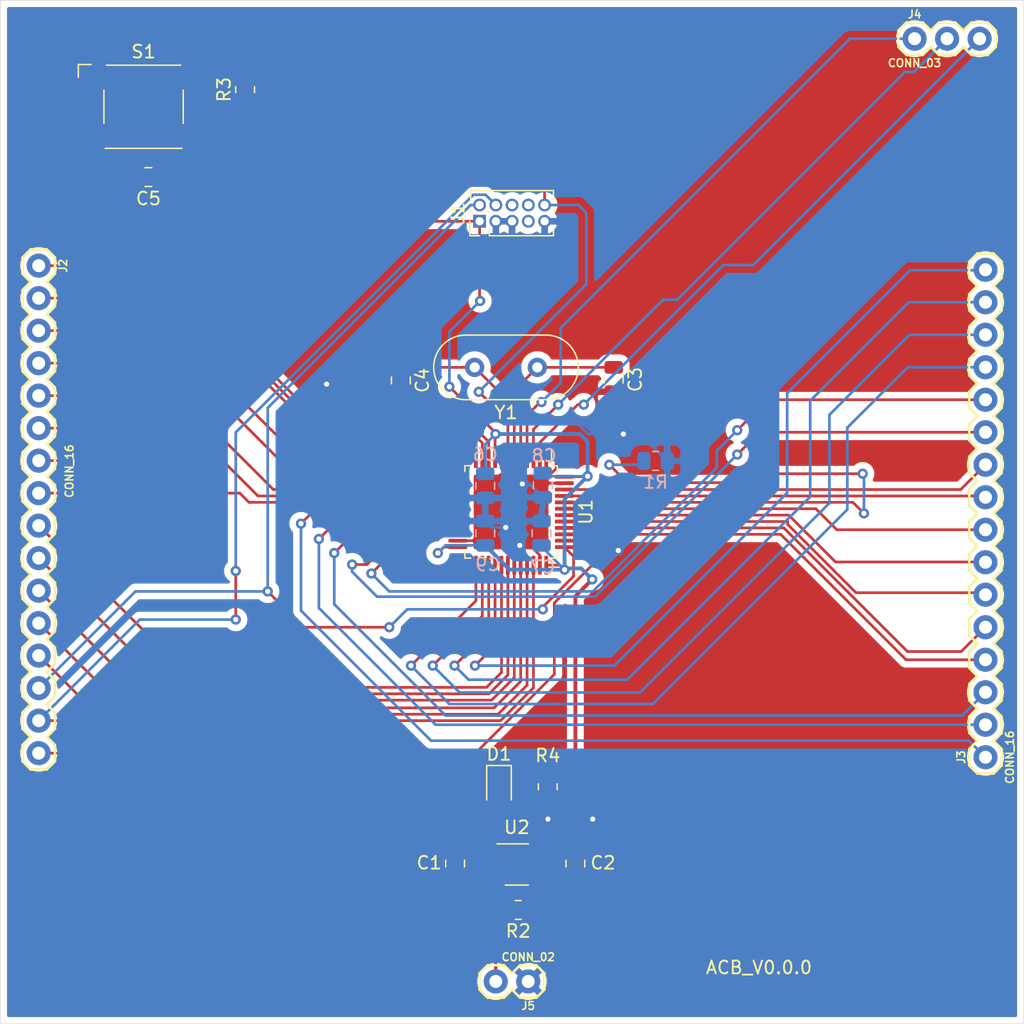
<source format=kicad_pcb>
(kicad_pcb (version 20171130) (host pcbnew "(5.1.9)-1")
  (layers (0 F.Cu signal) (31 B.Cu signal) (34 B.Paste user hide) (35 F.Paste user hide) (36 B.SilkS user) (37 F.SilkS user) (38 B.Mask user) (39 F.Mask user) (44 Edge.Cuts user))
  (net 0 "")
  (net 1 GND)
  (net 2 VCC)
  (net 3 +3V3)
  (net 4 PD0-OSC_IN)
  (net 5 PD1-OSC_OUT)
  (net 6 RESET)
  (net 7 "Net-(D1-Pad1)")
  (net 8 "Net-(J1-Pad8)")
  (net 9 "Net-(J1-Pad7)")
  (net 10 "Net-(J1-Pad6)")
  (net 11 PA14-SWD_CLK)
  (net 12 PA13-SWD_IO)
  (net 13 PA15)
  (net 14 PA12)
  (net 15 PA11)
  (net 16 PA10)
  (net 17 PA9)
  (net 18 PA8)
  (net 19 PA7)
  (net 20 PA6)
  (net 21 PA5)
  (net 22 PA4)
  (net 23 PA3)
  (net 24 PA2)
  (net 25 PA1)
  (net 26 PA0)
  (net 27 PB15)
  (net 28 PB14)
  (net 29 PB13)
  (net 30 PB12)
  (net 31 PB11)
  (net 32 PB10)
  (net 33 PB9)
  (net 34 PB8)
  (net 35 PB7)
  (net 36 PB6)
  (net 37 PB5)
  (net 38 PB4)
  (net 39 PB3)
  (net 40 PB2)
  (net 41 PB1)
  (net 42 PB0)
  (net 43 PC13)
  (net 44 PC14)
  (net 45 PC15)
  (net 46 "Net-(R1-Pad1)")
  (net 47 "Net-(R2-Pad2)")
  (net 48 "Net-(U1-Pad1)")
  (net 49 "Net-(U2-Pad4)")
  (module Package_QFP:LQFP-48_7x7mm_P0.5mm (layer F.Cu) (at 144.92 101.9875 270)
    (fp_text reference U1 (at 0 -5.85 90) (layer F.SilkS))
    (fp_text value STM32F103C8Tx)
    (pad 48 smd roundrect (at -2.75 -4.1625 270) (size 0.3 1.475) (layers F.Cu F.Paste F.Mask) (net 3 +3V3))
    (pad 47 smd roundrect (at -2.25 -4.1625 270) (size 0.3 1.475) (layers F.Cu F.Paste F.Mask) (net 1 GND))
    (pad 46 smd roundrect (at -1.75 -4.1625 270) (size 0.3 1.475) (layers F.Cu F.Paste F.Mask) (net 33 PB9))
    (pad 45 smd roundrect (at -1.25 -4.1625 270) (size 0.3 1.475) (layers F.Cu F.Paste F.Mask) (net 34 PB8))
    (pad 44 smd roundrect (at -0.75 -4.1625 270) (size 0.3 1.475) (layers F.Cu F.Paste F.Mask) (net 46 "Net-(R1-Pad1)"))
    (pad 43 smd roundrect (at -0.25 -4.1625 270) (size 0.3 1.475) (layers F.Cu F.Paste F.Mask) (net 35 PB7))
    (pad 42 smd roundrect (at 0.25 -4.1625 270) (size 0.3 1.475) (layers F.Cu F.Paste F.Mask) (net 36 PB6))
    (pad 41 smd roundrect (at 0.75 -4.1625 270) (size 0.3 1.475) (layers F.Cu F.Paste F.Mask) (net 37 PB5))
    (pad 40 smd roundrect (at 1.25 -4.1625 270) (size 0.3 1.475) (layers F.Cu F.Paste F.Mask) (net 38 PB4))
    (pad 39 smd roundrect (at 1.75 -4.1625 270) (size 0.3 1.475) (layers F.Cu F.Paste F.Mask) (net 39 PB3))
    (pad 38 smd roundrect (at 2.25 -4.1625 270) (size 0.3 1.475) (layers F.Cu F.Paste F.Mask) (net 13 PA15))
    (pad 37 smd roundrect (at 2.75 -4.1625 270) (size 0.3 1.475) (layers F.Cu F.Paste F.Mask) (net 12 PA13-SWD_IO))
    (pad 36 smd roundrect (at 4.1625 -2.75 270) (size 1.475 0.3) (layers F.Cu F.Paste F.Mask) (net 3 +3V3))
    (pad 35 smd roundrect (at 4.1625 -2.25 270) (size 1.475 0.3) (layers F.Cu F.Paste F.Mask) (net 1 GND))
    (pad 34 smd roundrect (at 4.1625 -1.75 270) (size 1.475 0.3) (layers F.Cu F.Paste F.Mask) (net 11 PA14-SWD_CLK))
    (pad 33 smd roundrect (at 4.1625 -1.25 270) (size 1.475 0.3) (layers F.Cu F.Paste F.Mask) (net 14 PA12))
    (pad 32 smd roundrect (at 4.1625 -0.75 270) (size 1.475 0.3) (layers F.Cu F.Paste F.Mask) (net 15 PA11))
    (pad 31 smd roundrect (at 4.1625 -0.25 270) (size 1.475 0.3) (layers F.Cu F.Paste F.Mask) (net 16 PA10))
    (pad 30 smd roundrect (at 4.1625 0.25 270) (size 1.475 0.3) (layers F.Cu F.Paste F.Mask) (net 17 PA9))
    (pad 29 smd roundrect (at 4.1625 0.75 270) (size 1.475 0.3) (layers F.Cu F.Paste F.Mask) (net 18 PA8))
    (pad 28 smd roundrect (at 4.1625 1.25 270) (size 1.475 0.3) (layers F.Cu F.Paste F.Mask) (net 27 PB15))
    (pad 27 smd roundrect (at 4.1625 1.75 270) (size 1.475 0.3) (layers F.Cu F.Paste F.Mask) (net 28 PB14))
    (pad 26 smd roundrect (at 4.1625 2.25 270) (size 1.475 0.3) (layers F.Cu F.Paste F.Mask) (net 29 PB13))
    (pad 25 smd roundrect (at 4.1625 2.75 270) (size 1.475 0.3) (layers F.Cu F.Paste F.Mask) (net 30 PB12))
    (pad 24 smd roundrect (at 2.75 4.1625 270) (size 0.3 1.475) (layers F.Cu F.Paste F.Mask) (net 3 +3V3))
    (pad 23 smd roundrect (at 2.25 4.1625 270) (size 0.3 1.475) (layers F.Cu F.Paste F.Mask) (net 1 GND))
    (pad 22 smd roundrect (at 1.75 4.1625 270) (size 0.3 1.475) (layers F.Cu F.Paste F.Mask) (net 31 PB11))
    (pad 21 smd roundrect (at 1.25 4.1625 270) (size 0.3 1.475) (layers F.Cu F.Paste F.Mask) (net 32 PB10))
    (pad 20 smd roundrect (at 0.75 4.1625 270) (size 0.3 1.475) (layers F.Cu F.Paste F.Mask) (net 40 PB2))
    (pad 19 smd roundrect (at 0.25 4.1625 270) (size 0.3 1.475) (layers F.Cu F.Paste F.Mask) (net 41 PB1))
    (pad 18 smd roundrect (at -0.25 4.1625 270) (size 0.3 1.475) (layers F.Cu F.Paste F.Mask) (net 42 PB0))
    (pad 17 smd roundrect (at -0.75 4.1625 270) (size 0.3 1.475) (layers F.Cu F.Paste F.Mask) (net 19 PA7))
    (pad 16 smd roundrect (at -1.25 4.1625 270) (size 0.3 1.475) (layers F.Cu F.Paste F.Mask) (net 20 PA6))
    (pad 15 smd roundrect (at -1.75 4.1625 270) (size 0.3 1.475) (layers F.Cu F.Paste F.Mask) (net 21 PA5))
    (pad 14 smd roundrect (at -2.25 4.1625 270) (size 0.3 1.475) (layers F.Cu F.Paste F.Mask) (net 22 PA4))
    (pad 13 smd roundrect (at -2.75 4.1625 270) (size 0.3 1.475) (layers F.Cu F.Paste F.Mask) (net 23 PA3))
    (pad 12 smd roundrect (at -4.1625 2.75 270) (size 1.475 0.3) (layers F.Cu F.Paste F.Mask) (net 24 PA2))
    (pad 11 smd roundrect (at -4.1625 2.25 270) (size 1.475 0.3) (layers F.Cu F.Paste F.Mask) (net 25 PA1))
    (pad 10 smd roundrect (at -4.1625 1.75 270) (size 1.475 0.3) (layers F.Cu F.Paste F.Mask) (net 26 PA0))
    (pad 9 smd roundrect (at -4.1625 1.25 270) (size 1.475 0.3) (layers F.Cu F.Paste F.Mask) (net 3 +3V3))
    (pad 8 smd roundrect (at -4.1625 0.75 270) (size 1.475 0.3) (layers F.Cu F.Paste F.Mask) (net 1 GND))
    (pad 7 smd roundrect (at -4.1625 0.25 270) (size 1.475 0.3) (layers F.Cu F.Paste F.Mask) (net 6 RESET))
    (pad 6 smd roundrect (at -4.1625 -0.25 270) (size 1.475 0.3) (layers F.Cu F.Paste F.Mask) (net 5 PD1-OSC_OUT))
    (pad 5 smd roundrect (at -4.1625 -0.75 270) (size 1.475 0.3) (layers F.Cu F.Paste F.Mask) (net 4 PD0-OSC_IN))
    (pad 4 smd roundrect (at -4.1625 -1.25 270) (size 1.475 0.3) (layers F.Cu F.Paste F.Mask) (net 45 PC15))
    (pad 3 smd roundrect (at -4.1625 -1.75 270) (size 1.475 0.3) (layers F.Cu F.Paste F.Mask) (net 44 PC14))
    (pad 2 smd roundrect (at -4.1625 -2.25 270) (size 1.475 0.3) (layers F.Cu F.Paste F.Mask) (net 43 PC13))
    (pad 1 smd roundrect (at -4.1625 -2.75 270) (size 1.475 0.3) (layers F.Cu F.Paste F.Mask) (net 48 "Net-(U1-Pad1)"))
  )
  (module Crystal:Crystal_HC18-U_Vertical (layer F.Cu) (at 146.973 90.689 180)
    (fp_text reference Y1 (at 2.45 -3.525) (layer F.SilkS))
    (fp_text value 8MHz)
    (pad 2 thru_hole circle (at 4.9 0 180) (size 1.5 1.5) (drill 0.8) (layers *.Cu *.Mask) (net 5 PD1-OSC_OUT))
    (pad 1 thru_hole circle (at 0 0 180) (size 1.5 1.5) (drill 0.8) (layers *.Cu *.Mask) (net 4 PD0-OSC_IN))
  )
  (module Package_TO_SOT_SMD:SOT-23-5 (layer F.Cu) (at 145.373 129.541)
    (fp_text reference U2 (at 0 -2.9) (layer F.SilkS))
    (fp_text value AP2112K-3.3)
    (pad 5 smd rect (at 1.1 -0.95) (size 1.06 0.65) (layers F.Cu F.Paste F.Mask) (net 3 +3V3))
    (pad 4 smd rect (at 1.1 0.95) (size 1.06 0.65) (layers F.Cu F.Paste F.Mask) (net 49 "Net-(U2-Pad4)"))
    (pad 3 smd rect (at -1.1 0.95) (size 1.06 0.65) (layers F.Cu F.Paste F.Mask) (net 47 "Net-(R2-Pad2)"))
    (pad 2 smd rect (at -1.1 0) (size 1.06 0.65) (layers F.Cu F.Paste F.Mask) (net 1 GND))
    (pad 1 smd rect (at -1.1 -0.95) (size 1.06 0.65) (layers F.Cu F.Paste F.Mask) (net 2 VCC))
  )
  (module Button_Switch_SMD:SW_SPST_Omron_B3FS-100xP (layer F.Cu) (at 116.196 70.318)
    (fp_text reference S1 (at 0 -4.3) (layer F.SilkS))
    (fp_text value KS-01Q-01_Obsolete)
    (pad 3 smd rect (at -4 2.25 180) (size 1.6 1.4) (layers F.Cu F.Paste F.Mask) (net 1 GND))
    (pad 4 smd rect (at 4 2.25 180) (size 1.6 1.4) (layers F.Cu F.Paste F.Mask) (net 6 RESET))
    (pad 1 smd rect (at -4 -2.25 180) (size 1.6 1.4) (layers F.Cu F.Paste F.Mask) (net 1 GND))
    (pad 2 smd rect (at 4 -2.25 180) (size 1.6 1.4) (layers F.Cu F.Paste F.Mask) (net 6 RESET))
  )
  (module Resistor_SMD:R_0805_2012Metric (layer F.Cu) (at 147.786 123.4685 270)
    (fp_text reference R4 (at -2.4365 0 180) (layer F.SilkS))
    (fp_text value 550)
    (pad 2 smd roundrect (at 0.9125 0 270) (size 1.025 1.4) (layers F.Cu F.Paste F.Mask) (roundrect_rratio 0.2439014634146341) (net 1 GND))
    (pad 1 smd roundrect (at -0.9125 0 270) (size 1.025 1.4) (layers F.Cu F.Paste F.Mask) (roundrect_rratio 0.2439014634146341) (net 7 "Net-(D1-Pad1)"))
  )
  (module Resistor_SMD:R_0805_2012Metric (layer F.Cu) (at 124.134 68.9805 90)
    (fp_text reference R3 (at 0 -1.65 90) (layer F.SilkS))
    (fp_text value 10K)
    (pad 2 smd roundrect (at 0.9125 0 90) (size 1.025 1.4) (layers F.Cu F.Paste F.Mask) (roundrect_rratio 0.2439014634146341) (net 6 RESET))
    (pad 1 smd roundrect (at -0.9125 0 90) (size 1.025 1.4) (layers F.Cu F.Paste F.Mask) (roundrect_rratio 0.2439014634146341) (net 3 +3V3))
  )
  (module Resistor_SMD:R_0805_2012Metric (layer F.Cu) (at 145.4765 133.097)
    (fp_text reference R2 (at 0 1.651) (layer F.SilkS))
    (fp_text value 10K)
    (pad 2 smd roundrect (at 0.9125 0) (size 1.025 1.4) (layers F.Cu F.Paste F.Mask) (roundrect_rratio 0.2439014634146341) (net 47 "Net-(R2-Pad2)"))
    (pad 1 smd roundrect (at -0.9125 0) (size 1.025 1.4) (layers F.Cu F.Paste F.Mask) (roundrect_rratio 0.2439014634146341) (net 2 VCC))
  )
  (module Resistor_SMD:R_0805_2012Metric (layer B.Cu) (at 156.2125 98)
    (fp_text reference R1 (at 0 1.65) (layer B.SilkS) (effects (justify mirror)))
    (fp_text value 10K)
    (pad 2 smd roundrect (at 0.9125 0) (size 1.025 1.4) (layers B.Cu B.Paste B.Mask) (roundrect_rratio 0.2439014634146341) (net 1 GND))
    (pad 1 smd roundrect (at -0.9125 0) (size 1.025 1.4) (layers B.Cu B.Paste B.Mask) (roundrect_rratio 0.2439014634146341) (net 46 "Net-(R1-Pad1)"))
  )
  (module Connectors:1X02 (layer F.Cu) (at 146.262 138.685 180)
    (fp_text reference J5 (at 0 -1.905) (layer F.SilkS) (effects (font (size 0.6096 0.6096) (thickness 0.127))))
    (fp_text value CONN_02 (at 0 1.905) (layer F.SilkS) (effects (font (size 0.6096 0.6096) (thickness 0.127))))
    (pad 2 thru_hole circle (at 2.54 0 180) (size 1.8796 1.8796) (drill 1.016) (layers *.Cu *.Mask) (net 2 VCC))
    (pad 1 thru_hole circle (at 0 0 180) (size 1.8796 1.8796) (drill 1.016) (layers *.Cu *.Mask) (net 1 GND))
  )
  (module Connectors:1X03 (layer F.Cu) (at 176.46 65)
    (fp_text reference J4 (at 0 -1.905) (layer F.SilkS) (effects (font (size 0.6096 0.6096) (thickness 0.127))))
    (fp_text value CONN_03 (at 0 1.905) (layer F.SilkS) (effects (font (size 0.6096 0.6096) (thickness 0.127))))
    (pad 3 thru_hole circle (at 5.08 0) (size 1.8796 1.8796) (drill 1.016) (layers *.Cu *.Mask) (net 43 PC13))
    (pad 2 thru_hole circle (at 2.54 0) (size 1.8796 1.8796) (drill 1.016) (layers *.Cu *.Mask) (net 44 PC14))
    (pad 1 thru_hole circle (at 0 0) (size 1.8796 1.8796) (drill 1.016) (layers *.Cu *.Mask) (net 45 PC15))
  )
  (module Connectors:1X16 (layer F.Cu) (at 182 121.16 90)
    (fp_text reference J3 (at 0 -1.905 90) (layer F.SilkS) (effects (font (size 0.6096 0.6096) (thickness 0.127))))
    (fp_text value CONN_16 (at 0 1.905 90) (layer F.SilkS) (effects (font (size 0.6096 0.6096) (thickness 0.127))))
    (pad 16 thru_hole circle (at 38.1 0 90) (size 1.8796 1.8796) (drill 1.016) (layers *.Cu *.Mask) (net 27 PB15))
    (pad 15 thru_hole circle (at 35.56 0 90) (size 1.8796 1.8796) (drill 1.016) (layers *.Cu *.Mask) (net 28 PB14))
    (pad 14 thru_hole circle (at 33.02 0 90) (size 1.8796 1.8796) (drill 1.016) (layers *.Cu *.Mask) (net 29 PB13))
    (pad 13 thru_hole circle (at 30.48 0 90) (size 1.8796 1.8796) (drill 1.016) (layers *.Cu *.Mask) (net 30 PB12))
    (pad 12 thru_hole circle (at 27.94 0 90) (size 1.8796 1.8796) (drill 1.016) (layers *.Cu *.Mask) (net 31 PB11))
    (pad 11 thru_hole circle (at 25.4 0 90) (size 1.8796 1.8796) (drill 1.016) (layers *.Cu *.Mask) (net 32 PB10))
    (pad 10 thru_hole circle (at 22.86 0 90) (size 1.8796 1.8796) (drill 1.016) (layers *.Cu *.Mask) (net 33 PB9))
    (pad 9 thru_hole circle (at 20.32 0 90) (size 1.8796 1.8796) (drill 1.016) (layers *.Cu *.Mask) (net 34 PB8))
    (pad 8 thru_hole circle (at 17.78 0 90) (size 1.8796 1.8796) (drill 1.016) (layers *.Cu *.Mask) (net 35 PB7))
    (pad 7 thru_hole circle (at 15.24 0 90) (size 1.8796 1.8796) (drill 1.016) (layers *.Cu *.Mask) (net 36 PB6))
    (pad 6 thru_hole circle (at 12.7 0 90) (size 1.8796 1.8796) (drill 1.016) (layers *.Cu *.Mask) (net 37 PB5))
    (pad 5 thru_hole circle (at 10.16 0 90) (size 1.8796 1.8796) (drill 1.016) (layers *.Cu *.Mask) (net 38 PB4))
    (pad 4 thru_hole circle (at 7.62 0 90) (size 1.8796 1.8796) (drill 1.016) (layers *.Cu *.Mask) (net 39 PB3))
    (pad 3 thru_hole circle (at 5.08 0 90) (size 1.8796 1.8796) (drill 1.016) (layers *.Cu *.Mask) (net 40 PB2))
    (pad 2 thru_hole circle (at 2.54 0 90) (size 1.8796 1.8796) (drill 1.016) (layers *.Cu *.Mask) (net 41 PB1))
    (pad 1 thru_hole circle (at 0 0 90) (size 1.8796 1.8796) (drill 1.016) (layers *.Cu *.Mask) (net 42 PB0))
  )
  (module Connectors:1X16 (layer F.Cu) (at 108 82.74 270)
    (fp_text reference J2 (at 0 -1.905 90) (layer F.SilkS) (effects (font (size 0.6096 0.6096) (thickness 0.127))))
    (fp_text value CONN_16 (at 16.06 -2.4 90) (layer F.SilkS) (effects (font (size 0.6096 0.6096) (thickness 0.127))))
    (pad 16 thru_hole circle (at 38.1 0 270) (size 1.8796 1.8796) (drill 1.016) (layers *.Cu *.Mask) (net 13 PA15))
    (pad 15 thru_hole circle (at 35.56 0 270) (size 1.8796 1.8796) (drill 1.016) (layers *.Cu *.Mask) (net 11 PA14-SWD_CLK))
    (pad 14 thru_hole circle (at 33.02 0 270) (size 1.8796 1.8796) (drill 1.016) (layers *.Cu *.Mask) (net 12 PA13-SWD_IO))
    (pad 13 thru_hole circle (at 30.48 0 270) (size 1.8796 1.8796) (drill 1.016) (layers *.Cu *.Mask) (net 14 PA12))
    (pad 12 thru_hole circle (at 27.94 0 270) (size 1.8796 1.8796) (drill 1.016) (layers *.Cu *.Mask) (net 15 PA11))
    (pad 11 thru_hole circle (at 25.4 0 270) (size 1.8796 1.8796) (drill 1.016) (layers *.Cu *.Mask) (net 16 PA10))
    (pad 10 thru_hole circle (at 22.86 0 270) (size 1.8796 1.8796) (drill 1.016) (layers *.Cu *.Mask) (net 17 PA9))
    (pad 9 thru_hole circle (at 20.32 0 270) (size 1.8796 1.8796) (drill 1.016) (layers *.Cu *.Mask) (net 18 PA8))
    (pad 8 thru_hole circle (at 17.78 0 270) (size 1.8796 1.8796) (drill 1.016) (layers *.Cu *.Mask) (net 19 PA7))
    (pad 7 thru_hole circle (at 15.24 0 270) (size 1.8796 1.8796) (drill 1.016) (layers *.Cu *.Mask) (net 20 PA6))
    (pad 6 thru_hole circle (at 12.7 0 270) (size 1.8796 1.8796) (drill 1.016) (layers *.Cu *.Mask) (net 21 PA5))
    (pad 5 thru_hole circle (at 10.16 0 270) (size 1.8796 1.8796) (drill 1.016) (layers *.Cu *.Mask) (net 22 PA4))
    (pad 4 thru_hole circle (at 7.62 0 270) (size 1.8796 1.8796) (drill 1.016) (layers *.Cu *.Mask) (net 23 PA3))
    (pad 3 thru_hole circle (at 5.08 0 270) (size 1.8796 1.8796) (drill 1.016) (layers *.Cu *.Mask) (net 24 PA2))
    (pad 2 thru_hole circle (at 2.54 0 270) (size 1.8796 1.8796) (drill 1.016) (layers *.Cu *.Mask) (net 25 PA1))
    (pad 1 thru_hole circle (at 0 0 270) (size 1.8796 1.8796) (drill 1.016) (layers *.Cu *.Mask) (net 26 PA0))
  )
  (module Connector_PinHeader_1.27mm:PinHeader_2x05_P1.27mm_Vertical (layer F.Cu) (at 142.46 79.27 90)
    (fp_text reference J1 (at 0.635 -1.695 90) (layer F.SilkS))
    (fp_text value Conn_ARM_JTAG_SWD_10)
    (pad 10 thru_hole oval (at 1.27 5.08 90) (size 1 1) (drill 0.65) (layers *.Cu *.Mask) (net 6 RESET))
    (pad 9 thru_hole oval (at 0 5.08 90) (size 1 1) (drill 0.65) (layers *.Cu *.Mask) (net 1 GND))
    (pad 8 thru_hole oval (at 1.27 3.81 90) (size 1 1) (drill 0.65) (layers *.Cu *.Mask) (net 8 "Net-(J1-Pad8)"))
    (pad 7 thru_hole oval (at 0 3.81 90) (size 1 1) (drill 0.65) (layers *.Cu *.Mask) (net 9 "Net-(J1-Pad7)"))
    (pad 6 thru_hole oval (at 1.27 2.54 90) (size 1 1) (drill 0.65) (layers *.Cu *.Mask) (net 10 "Net-(J1-Pad6)"))
    (pad 5 thru_hole oval (at 0 2.54 90) (size 1 1) (drill 0.65) (layers *.Cu *.Mask) (net 1 GND))
    (pad 4 thru_hole oval (at 1.27 1.27 90) (size 1 1) (drill 0.65) (layers *.Cu *.Mask) (net 11 PA14-SWD_CLK))
    (pad 3 thru_hole oval (at 0 1.27 90) (size 1 1) (drill 0.65) (layers *.Cu *.Mask) (net 1 GND))
    (pad 2 thru_hole oval (at 1.27 0 90) (size 1 1) (drill 0.65) (layers *.Cu *.Mask) (net 12 PA13-SWD_IO))
    (pad 1 thru_hole rect (at 0 0 90) (size 1 1) (drill 0.65) (layers *.Cu *.Mask) (net 3 +3V3))
  )
  (module LED_SMD:LED_0805_2012Metric (layer F.Cu) (at 143.976 123.4935 270)
    (fp_text reference D1 (at -2.5885 0 180) (layer F.SilkS))
    (fp_text value LED)
    (pad 2 smd roundrect (at 0.9375 0 270) (size 0.975 1.4) (layers F.Cu F.Paste F.Mask) (net 2 VCC))
    (pad 1 smd roundrect (at -0.9375 0 270) (size 0.975 1.4) (layers F.Cu F.Paste F.Mask) (net 7 "Net-(D1-Pad1)"))
  )
  (module Capacitor_SMD:C_0805_2012Metric (layer B.Cu) (at 142.9 103.65 90)
    (fp_text reference C9 (at -2.45 0.2 180) (layer B.SilkS) (effects (justify mirror)))
    (fp_text value 100nF)
    (pad 2 smd roundrect (at 0.95 0 90) (size 1 1.45) (layers B.Cu B.Paste B.Mask) (net 1 GND))
    (pad 1 smd roundrect (at -0.95 0 90) (size 1 1.45) (layers B.Cu B.Paste B.Mask) (net 3 +3V3))
  )
  (module Capacitor_SMD:C_0805_2012Metric (layer B.Cu) (at 147.4 99.9 270)
    (fp_text reference C8 (at -2.3 -0.1) (layer B.SilkS) (effects (justify mirror)))
    (fp_text value 100nF)
    (pad 2 smd roundrect (at 0.95 0 270) (size 1 1.45) (layers B.Cu B.Paste B.Mask) (net 1 GND))
    (pad 1 smd roundrect (at -0.95 0 270) (size 1 1.45) (layers B.Cu B.Paste B.Mask) (net 3 +3V3))
  )
  (module Capacitor_SMD:C_0805_2012Metric (layer B.Cu) (at 147.3 103.65 90)
    (fp_text reference C7 (at -2.65 0.1) (layer B.SilkS) (effects (justify mirror)))
    (fp_text value 100nF)
    (pad 2 smd roundrect (at 0.95 0 90) (size 1 1.45) (layers B.Cu B.Paste B.Mask) (net 1 GND))
    (pad 1 smd roundrect (at -0.95 0 90) (size 1 1.45) (layers B.Cu B.Paste B.Mask) (net 3 +3V3))
  )
  (module Capacitor_SMD:C_0805_2012Metric (layer B.Cu) (at 142.9 99.95 270)
    (fp_text reference C6 (at -2.45 0 180) (layer B.SilkS) (effects (justify mirror)))
    (fp_text value 1nF)
    (pad 2 smd roundrect (at 0.95 0 270) (size 1 1.45) (layers B.Cu B.Paste B.Mask) (net 1 GND))
    (pad 1 smd roundrect (at -0.95 0 270) (size 1 1.45) (layers B.Cu B.Paste B.Mask) (net 3 +3V3))
  )
  (module Capacitor_SMD:C_0805_2012Metric (layer F.Cu) (at 116.575 75.815 180)
    (fp_text reference C5 (at 0 -1.68) (layer F.SilkS))
    (fp_text value 1uF)
    (pad 2 smd roundrect (at 0.95 0 180) (size 1 1.45) (layers F.Cu F.Paste F.Mask) (net 1 GND))
    (pad 1 smd roundrect (at -0.95 0 180) (size 1 1.45) (layers F.Cu F.Paste F.Mask) (net 6 RESET))
  )
  (module Capacitor_SMD:C_0805_2012Metric (layer F.Cu) (at 136.305 91.705 270)
    (fp_text reference C4 (at 0 -1.68 90) (layer F.SilkS))
    (fp_text value 20pF)
    (pad 2 smd roundrect (at 0.95 0 270) (size 1 1.45) (layers F.Cu F.Paste F.Mask) (net 1 GND))
    (pad 1 smd roundrect (at -0.95 0 270) (size 1 1.45) (layers F.Cu F.Paste F.Mask) (net 5 PD1-OSC_OUT))
  )
  (module Capacitor_SMD:C_0805_2012Metric (layer F.Cu) (at 152.942 91.639 270)
    (fp_text reference C3 (at 0 -1.68 90) (layer F.SilkS))
    (fp_text value 20pF)
    (pad 2 smd roundrect (at 0.95 0 270) (size 1 1.45) (layers F.Cu F.Paste F.Mask) (net 1 GND))
    (pad 1 smd roundrect (at -0.95 0 270) (size 1 1.45) (layers F.Cu F.Paste F.Mask) (net 4 PD0-OSC_IN))
  )
  (module Capacitor_SMD:C_0805_2012Metric (layer F.Cu) (at 149.945 129.475 270)
    (fp_text reference C2 (at -0.061 -2.159 180) (layer F.SilkS))
    (fp_text value 1uF)
    (pad 2 smd roundrect (at 0.95 0 270) (size 1 1.45) (layers F.Cu F.Paste F.Mask) (net 1 GND))
    (pad 1 smd roundrect (at -0.95 0 270) (size 1 1.45) (layers F.Cu F.Paste F.Mask) (net 3 +3V3))
  )
  (module Capacitor_SMD:C_0805_2012Metric (layer F.Cu) (at 140.547 129.475 270)
    (fp_text reference C1 (at -0.061 2.032 180) (layer F.SilkS))
    (fp_text value 1uF)
    (pad 2 smd roundrect (at 0.95 0 270) (size 1 1.45) (layers F.Cu F.Paste F.Mask) (net 1 GND))
    (pad 1 smd roundrect (at -0.95 0 270) (size 1 1.45) (layers F.Cu F.Paste F.Mask) (net 2 VCC))
  )
  (gr_text ACB_V0.0.0 (at 164.3 137.6) (layer F.SilkS) (effects (font (size 1 1))))
  (gr_line (start 105 142) (end 105 62) (layer Edge.Cuts) (width 0.05))
  (gr_line (start 185 142) (end 105 142) (layer Edge.Cuts) (width 0.05))
  (gr_line (start 185 62) (end 185 142) (layer Edge.Cuts) (width 0.05))
  (gr_line (start 105 62) (end 185 62) (layer Edge.Cuts) (width 0.05))
  (segment (start 140.547 130.425) (end 141.441 130.425) (width 0.25) (layer F.Cu) (net 1))
  (segment (start 142.325 129.541) (end 144.273 129.541) (width 0.25) (layer F.Cu) (net 1))
  (segment (start 141.441 130.425) (end 142.325 129.541) (width 0.25) (layer F.Cu) (net 1))
  (segment (start 149.945 135.002) (end 149.945 130.425) (width 0.25) (layer F.Cu) (net 1))
  (segment (start 146.262 138.685) (end 149.945 135.002) (width 0.25) (layer F.Cu) (net 1))
  (segment (start 149.945 130.425) (end 148.797 130.425) (width 0.25) (layer F.Cu) (net 1))
  (segment (start 147.913 129.541) (end 144.273 129.541) (width 0.25) (layer F.Cu) (net 1))
  (segment (start 148.797 130.425) (end 147.913 129.541) (width 0.25) (layer F.Cu) (net 1))
  (segment (start 142.9 102.7) (end 142.9 100.9) (width 0.21) (layer B.Cu) (net 1))
  (segment (start 147.3 100.95) (end 147.4 100.85) (width 0.21) (layer B.Cu) (net 1))
  (segment (start 147.3 102.7) (end 147.3 100.95) (width 0.21) (layer B.Cu) (net 1))
  (segment (start 147.35 100.9) (end 147.4 100.85) (width 0.21) (layer B.Cu) (net 1))
  (segment (start 142.9 100.9) (end 147.35 100.9) (width 0.21) (layer B.Cu) (net 1))
  (via (at 145.6 104.6) (size 0.8) (drill 0.4) (layers F.Cu B.Cu) (net 1))
  (segment (start 146.394916 104.6) (end 145.6 104.6) (width 0.21) (layer F.Cu) (net 1))
  (segment (start 147.17 105.375084) (end 146.394916 104.6) (width 0.21) (layer F.Cu) (net 1))
  (segment (start 147.17 106.15) (end 147.17 105.375084) (width 0.21) (layer F.Cu) (net 1))
  (segment (start 145.6 104.6) (end 145.6 103.4) (width 0.21) (layer B.Cu) (net 1))
  (segment (start 146.3 102.7) (end 147.3 102.7) (width 0.21) (layer B.Cu) (net 1))
  (segment (start 145.6 103.4) (end 146.3 102.7) (width 0.21) (layer B.Cu) (net 1))
  (via (at 145.8 99.8) (size 0.8) (drill 0.4) (layers F.Cu B.Cu) (net 1))
  (segment (start 145.8625 99.7375) (end 145.8 99.8) (width 0.21) (layer F.Cu) (net 1))
  (segment (start 149.0825 99.7375) (end 145.8625 99.7375) (width 0.21) (layer F.Cu) (net 1))
  (segment (start 146.35 99.8) (end 147.4 100.85) (width 0.21) (layer B.Cu) (net 1))
  (segment (start 145.8 99.8) (end 146.35 99.8) (width 0.21) (layer B.Cu) (net 1))
  (segment (start 145.370084 99.8) (end 145.8 99.8) (width 0.21) (layer F.Cu) (net 1))
  (segment (start 144.17 98.599916) (end 145.370084 99.8) (width 0.21) (layer F.Cu) (net 1))
  (segment (start 144.17 97.825) (end 144.17 98.599916) (width 0.21) (layer F.Cu) (net 1))
  (via (at 144.5 103.2) (size 0.8) (drill 0.4) (layers F.Cu B.Cu) (net 1))
  (segment (start 143.4625 104.2375) (end 144.5 103.2) (width 0.21) (layer F.Cu) (net 1))
  (segment (start 140.7575 104.2375) (end 143.4625 104.2375) (width 0.21) (layer F.Cu) (net 1))
  (segment (start 143.4 103.2) (end 142.9 102.7) (width 0.21) (layer B.Cu) (net 1))
  (segment (start 144.5 103.2) (end 143.4 103.2) (width 0.21) (layer B.Cu) (net 1))
  (via (at 153.7 95.9) (size 0.8) (drill 0.4) (layers F.Cu B.Cu) (net 1))
  (segment (start 153.7275 95.9275) (end 153.7 95.9) (width 0.21) (layer B.Cu) (net 1))
  (segment (start 152.942 95.142) (end 152.942 92.589) (width 0.21) (layer F.Cu) (net 1))
  (segment (start 153.7 95.9) (end 152.942 95.142) (width 0.21) (layer F.Cu) (net 1))
  (segment (start 153.7 95.9) (end 151.9 95.9) (width 0.21) (layer B.Cu) (net 1))
  (segment (start 150.94348 95.9) (end 149.64348 94.6) (width 0.21) (layer B.Cu) (net 1))
  (segment (start 151.9 95.9) (end 150.94348 95.9) (width 0.21) (layer B.Cu) (net 1))
  (via (at 130.5 92) (size 0.8) (drill 0.4) (layers F.Cu B.Cu) (net 1))
  (segment (start 133.1 94.6) (end 130.5 92) (width 0.21) (layer B.Cu) (net 1))
  (segment (start 149.64348 94.6) (end 133.1 94.6) (width 0.21) (layer B.Cu) (net 1))
  (segment (start 130.5 92) (end 131.1 91.4) (width 0.21) (layer F.Cu) (net 1))
  (segment (start 131.1 91.4) (end 133 91.4) (width 0.21) (layer F.Cu) (net 1))
  (segment (start 134.255 92.655) (end 136.305 92.655) (width 0.21) (layer F.Cu) (net 1))
  (segment (start 133 91.4) (end 134.255 92.655) (width 0.21) (layer F.Cu) (net 1))
  (segment (start 147.54 79.27) (end 154.77 79.27) (width 0.21) (layer F.Cu) (net 1))
  (segment (start 154.77 79.27) (end 160.6 85.1) (width 0.21) (layer F.Cu) (net 1))
  (segment (start 160.6 89) (end 153.7 95.9) (width 0.21) (layer F.Cu) (net 1))
  (segment (start 160.6 85.1) (end 160.6 89) (width 0.21) (layer F.Cu) (net 1))
  (segment (start 145 79.27) (end 145 81.8) (width 0.21) (layer F.Cu) (net 1))
  (segment (start 145 81.8) (end 147.4 81.8) (width 0.21) (layer F.Cu) (net 1))
  (segment (start 147.54 81.66) (end 147.54 79.27) (width 0.21) (layer F.Cu) (net 1))
  (segment (start 147.4 81.8) (end 147.54 81.66) (width 0.21) (layer F.Cu) (net 1))
  (segment (start 143.73 80.53) (end 145 81.8) (width 0.21) (layer F.Cu) (net 1))
  (segment (start 143.73 79.27) (end 143.73 80.53) (width 0.21) (layer F.Cu) (net 1))
  (segment (start 112.196 72.568) (end 112.196 68.068) (width 0.21) (layer F.Cu) (net 1))
  (segment (start 112.378 72.568) (end 112.196 72.568) (width 0.21) (layer F.Cu) (net 1))
  (segment (start 115.625 75.815) (end 112.378 72.568) (width 0.21) (layer F.Cu) (net 1))
  (segment (start 115.625 77.125) (end 130.5 92) (width 0.21) (layer F.Cu) (net 1))
  (segment (start 115.625 75.815) (end 115.625 77.125) (width 0.21) (layer F.Cu) (net 1))
  (via (at 153.3 105) (size 0.8) (drill 0.4) (layers F.Cu B.Cu) (net 1))
  (segment (start 153.3 105) (end 152.7 105.6) (width 0.21) (layer F.Cu) (net 1))
  (segment (start 152.275 130.425) (end 149.945 130.425) (width 0.21) (layer F.Cu) (net 1))
  (segment (start 152.7 130) (end 152.275 130.425) (width 0.21) (layer F.Cu) (net 1))
  (segment (start 155.025 95.9) (end 153.7 95.9) (width 0.21) (layer B.Cu) (net 1))
  (segment (start 157.125 98) (end 155.025 95.9) (width 0.21) (layer B.Cu) (net 1))
  (segment (start 153.3 105) (end 153.3 104.2) (width 0.21) (layer B.Cu) (net 1))
  (segment (start 157.125 100.375) (end 157.125 98) (width 0.21) (layer B.Cu) (net 1))
  (segment (start 153.3 104.2) (end 157.125 100.375) (width 0.21) (layer B.Cu) (net 1))
  (via (at 147.8 126) (size 0.8) (drill 0.4) (layers F.Cu B.Cu) (net 1))
  (segment (start 147.786 125.986) (end 147.8 126) (width 0.21) (layer F.Cu) (net 1))
  (segment (start 147.786 124.381) (end 147.786 125.986) (width 0.21) (layer F.Cu) (net 1))
  (via (at 151.3 126) (size 0.8) (drill 0.4) (layers F.Cu B.Cu) (net 1))
  (segment (start 147.8 126) (end 151.3 126) (width 0.21) (layer B.Cu) (net 1))
  (segment (start 151.3 126) (end 152.7 126) (width 0.21) (layer F.Cu) (net 1))
  (segment (start 152.7 126) (end 152.7 130) (width 0.21) (layer F.Cu) (net 1))
  (segment (start 152.7 105.6) (end 152.7 126) (width 0.21) (layer F.Cu) (net 1))
  (segment (start 147.245084 99.8) (end 151.145084 95.9) (width 0.21) (layer F.Cu) (net 1))
  (segment (start 151.145084 95.9) (end 153.7 95.9) (width 0.21) (layer F.Cu) (net 1))
  (segment (start 145.8 99.8) (end 147.245084 99.8) (width 0.21) (layer F.Cu) (net 1))
  (segment (start 144.207 128.525) (end 144.273 128.591) (width 0.25) (layer F.Cu) (net 2))
  (segment (start 140.547 128.525) (end 144.207 128.525) (width 0.25) (layer F.Cu) (net 2))
  (segment (start 143.722 133.939) (end 144.564 133.097) (width 0.25) (layer F.Cu) (net 2))
  (segment (start 143.722 138.685) (end 143.722 133.939) (width 0.25) (layer F.Cu) (net 2))
  (segment (start 144.564 133.097) (end 139.531 133.097) (width 0.25) (layer F.Cu) (net 2))
  (segment (start 139.531 133.097) (end 137.88 131.446) (width 0.25) (layer F.Cu) (net 2))
  (segment (start 137.88 131.446) (end 137.88 129.16) (width 0.25) (layer F.Cu) (net 2))
  (segment (start 138.515 128.525) (end 140.547 128.525) (width 0.25) (layer F.Cu) (net 2))
  (segment (start 137.88 129.16) (end 138.515 128.525) (width 0.25) (layer F.Cu) (net 2))
  (segment (start 144.273 124.728) (end 143.976 124.431) (width 0.25) (layer F.Cu) (net 2))
  (segment (start 144.273 128.591) (end 144.273 124.728) (width 0.25) (layer F.Cu) (net 2))
  (segment (start 149.879 128.591) (end 149.945 128.525) (width 0.25) (layer F.Cu) (net 3))
  (segment (start 146.473 128.591) (end 149.879 128.591) (width 0.25) (layer F.Cu) (net 3))
  (via (at 149.1 106.5) (size 0.8) (drill 0.4) (layers F.Cu B.Cu) (net 3))
  (segment (start 148.75 106.15) (end 149.1 106.5) (width 0.21) (layer F.Cu) (net 3))
  (segment (start 147.67 106.15) (end 148.75 106.15) (width 0.21) (layer F.Cu) (net 3))
  (segment (start 147.3 104.7) (end 147.3 104.6) (width 0.21) (layer B.Cu) (net 3))
  (segment (start 149.1 106.5) (end 147.3 104.7) (width 0.21) (layer B.Cu) (net 3))
  (via (at 143.7 95.9) (size 0.8) (drill 0.4) (layers F.Cu B.Cu) (net 3))
  (segment (start 143.67 95.93) (end 143.7 95.9) (width 0.21) (layer F.Cu) (net 3))
  (segment (start 143.67 97.825) (end 143.67 95.93) (width 0.21) (layer F.Cu) (net 3))
  (segment (start 142.9 96.7) (end 142.9 99) (width 0.21) (layer B.Cu) (net 3))
  (segment (start 143.7 95.9) (end 142.9 96.7) (width 0.21) (layer B.Cu) (net 3))
  (via (at 150.9 99.2) (size 0.8) (drill 0.4) (layers F.Cu B.Cu) (net 3))
  (segment (start 150.8625 99.2375) (end 150.9 99.2) (width 0.21) (layer F.Cu) (net 3))
  (segment (start 149.0825 99.2375) (end 150.8625 99.2375) (width 0.21) (layer F.Cu) (net 3))
  (segment (start 147.65 99.2) (end 147.4 98.95) (width 0.21) (layer B.Cu) (net 3))
  (segment (start 150.9 99.2) (end 147.65 99.2) (width 0.21) (layer B.Cu) (net 3))
  (via (at 139.2 105.2) (size 0.8) (drill 0.4) (layers F.Cu B.Cu) (net 3))
  (segment (start 139.6625 104.7375) (end 139.2 105.2) (width 0.21) (layer F.Cu) (net 3))
  (segment (start 140.7575 104.7375) (end 139.6625 104.7375) (width 0.21) (layer F.Cu) (net 3))
  (segment (start 139.8 104.6) (end 142.9 104.6) (width 0.21) (layer B.Cu) (net 3))
  (segment (start 139.2 105.2) (end 139.8 104.6) (width 0.21) (layer B.Cu) (net 3))
  (via (at 151.261569 107.261569) (size 0.8) (drill 0.4) (layers F.Cu B.Cu) (net 3))
  (segment (start 149.945 108.578138) (end 151.261569 107.261569) (width 0.3) (layer F.Cu) (net 3))
  (segment (start 149.945 128.525) (end 149.945 108.578138) (width 0.3) (layer F.Cu) (net 3))
  (segment (start 151.261569 107.261569) (end 150.4 106.4) (width 0.3) (layer B.Cu) (net 3))
  (segment (start 149.2 106.4) (end 149.1 106.5) (width 0.3) (layer B.Cu) (net 3))
  (segment (start 150.4 106.4) (end 149.2 106.4) (width 0.3) (layer B.Cu) (net 3))
  (segment (start 149.1 101) (end 150.9 99.2) (width 0.3) (layer B.Cu) (net 3))
  (segment (start 149.1 106.5) (end 149.1 101) (width 0.3) (layer B.Cu) (net 3))
  (segment (start 144.8 106.5) (end 142.9 104.6) (width 0.3) (layer B.Cu) (net 3))
  (segment (start 149.1 106.5) (end 144.8 106.5) (width 0.3) (layer B.Cu) (net 3))
  (segment (start 143.7 95.9) (end 150.3 95.9) (width 0.3) (layer B.Cu) (net 3))
  (segment (start 150.9 96.5) (end 150.9 99.2) (width 0.3) (layer B.Cu) (net 3))
  (segment (start 150.3 95.9) (end 150.9 96.5) (width 0.3) (layer B.Cu) (net 3))
  (segment (start 142.46 85.46) (end 142.5 85.5) (width 0.21) (layer F.Cu) (net 3))
  (via (at 142.5 85.5) (size 0.8) (drill 0.4) (layers F.Cu B.Cu) (net 3))
  (segment (start 142.46 79.27) (end 142.46 85.46) (width 0.21) (layer F.Cu) (net 3))
  (via (at 140.1 92.2) (size 0.8) (drill 0.4) (layers F.Cu B.Cu) (net 3))
  (segment (start 140.1 87.9) (end 140.1 92.2) (width 0.21) (layer B.Cu) (net 3))
  (segment (start 142.5 85.5) (end 140.1 87.9) (width 0.21) (layer B.Cu) (net 3))
  (segment (start 143.7 95.8) (end 143.7 95.9) (width 0.21) (layer F.Cu) (net 3))
  (segment (start 140.1 92.2) (end 143.7 95.8) (width 0.21) (layer F.Cu) (net 3))
  (segment (start 124.134 69.893) (end 124.134 72.334) (width 0.21) (layer F.Cu) (net 3))
  (segment (start 131.07 79.27) (end 142.46 79.27) (width 0.21) (layer F.Cu) (net 3))
  (segment (start 124.134 72.334) (end 131.07 79.27) (width 0.21) (layer F.Cu) (net 3))
  (segment (start 146.973 90.689) (end 152.942 90.689) (width 0.21) (layer F.Cu) (net 4))
  (segment (start 145.67 91.992) (end 145.67 97.825) (width 0.21) (layer F.Cu) (net 4))
  (segment (start 146.973 90.689) (end 145.67 91.992) (width 0.21) (layer F.Cu) (net 4))
  (segment (start 142.007 90.755) (end 142.073 90.689) (width 0.25) (layer F.Cu) (net 5))
  (segment (start 136.371 90.689) (end 136.305 90.755) (width 0.21) (layer F.Cu) (net 5))
  (segment (start 142.073 90.689) (end 136.371 90.689) (width 0.21) (layer F.Cu) (net 5))
  (segment (start 145.17 93.786) (end 145.17 97.825) (width 0.21) (layer F.Cu) (net 5))
  (segment (start 142.073 90.689) (end 145.17 93.786) (width 0.21) (layer F.Cu) (net 5))
  (segment (start 120.196 72.568) (end 120.196 68.068) (width 0.25) (layer F.Cu) (net 6))
  (segment (start 120.196 73.144) (end 120.196 72.568) (width 0.25) (layer F.Cu) (net 6))
  (segment (start 117.525 75.815) (end 120.196 73.144) (width 0.25) (layer F.Cu) (net 6))
  (segment (start 120.196 68.068) (end 124.134 68.068) (width 0.25) (layer F.Cu) (net 6))
  (segment (start 124.134 68.068) (end 141.868 68.068) (width 0.21) (layer F.Cu) (net 6))
  (segment (start 147.54 73.74) (end 147.54 78) (width 0.21) (layer F.Cu) (net 6))
  (segment (start 141.868 68.068) (end 147.54 73.74) (width 0.21) (layer F.Cu) (net 6))
  (via (at 142.4 92.6) (size 0.8) (drill 0.4) (layers F.Cu B.Cu) (net 6))
  (segment (start 144.67 94.87) (end 142.4 92.6) (width 0.21) (layer F.Cu) (net 6))
  (segment (start 144.67 97.825) (end 144.67 94.87) (width 0.21) (layer F.Cu) (net 6))
  (segment (start 142.4 92.6) (end 150.8 84.2) (width 0.21) (layer B.Cu) (net 6))
  (segment (start 150.8 84.2) (end 150.8 78.6) (width 0.21) (layer B.Cu) (net 6))
  (segment (start 150.2 78) (end 147.54 78) (width 0.21) (layer B.Cu) (net 6))
  (segment (start 150.8 78.6) (end 150.2 78) (width 0.21) (layer B.Cu) (net 6))
  (segment (start 143.976 122.556) (end 147.786 122.556) (width 0.25) (layer F.Cu) (net 7))
  (segment (start 144.1 118.3) (end 108 118.3) (width 0.21) (layer F.Cu) (net 11))
  (segment (start 146.67 115.73) (end 144.1 118.3) (width 0.21) (layer F.Cu) (net 11))
  (segment (start 146.67 106.15) (end 146.67 115.73) (width 0.21) (layer F.Cu) (net 11))
  (via (at 123.4 106.6) (size 0.8) (drill 0.4) (layers F.Cu B.Cu) (net 11))
  (segment (start 141.978054 77.194999) (end 123.4 95.773053) (width 0.21) (layer B.Cu) (net 11))
  (segment (start 142.924999 77.194999) (end 141.978054 77.194999) (width 0.21) (layer B.Cu) (net 11))
  (segment (start 123.4 95.773053) (end 123.4 106.6) (width 0.21) (layer B.Cu) (net 11))
  (segment (start 143.73 78) (end 142.924999 77.194999) (width 0.21) (layer B.Cu) (net 11))
  (via (at 123.4 110.4) (size 0.8) (drill 0.4) (layers F.Cu B.Cu) (net 11))
  (segment (start 123.4 106.6) (end 123.4 110.4) (width 0.21) (layer F.Cu) (net 11))
  (segment (start 115.9 110.4) (end 108 118.3) (width 0.21) (layer B.Cu) (net 11))
  (segment (start 123.4 110.4) (end 115.9 110.4) (width 0.21) (layer B.Cu) (net 11))
  (segment (start 149.805001 107.015159) (end 147.4 109.42016) (width 0.21) (layer F.Cu) (net 12))
  (segment (start 149.805001 105.460001) (end 149.805001 107.015159) (width 0.21) (layer F.Cu) (net 12))
  (segment (start 149.0825 104.7375) (end 149.805001 105.460001) (width 0.21) (layer F.Cu) (net 12))
  (via (at 147.4 109.6) (size 0.8) (drill 0.4) (layers F.Cu B.Cu) (net 12))
  (segment (start 147.4 109.42016) (end 147.4 109.6) (width 0.21) (layer F.Cu) (net 12))
  (via (at 135.4 111) (size 0.8) (drill 0.4) (layers F.Cu B.Cu) (net 12))
  (segment (start 136.8 109.6) (end 135.4 111) (width 0.21) (layer B.Cu) (net 12))
  (segment (start 147.4 109.6) (end 136.8 109.6) (width 0.21) (layer B.Cu) (net 12))
  (via (at 125.9 108.2) (size 0.8) (drill 0.4) (layers F.Cu B.Cu) (net 12))
  (segment (start 128.7 111) (end 125.9 108.2) (width 0.21) (layer F.Cu) (net 12))
  (segment (start 135.4 111) (end 128.7 111) (width 0.21) (layer F.Cu) (net 12))
  (segment (start 115.56 108.2) (end 108 115.76) (width 0.21) (layer B.Cu) (net 12))
  (segment (start 125.9 108.2) (end 115.56 108.2) (width 0.21) (layer B.Cu) (net 12))
  (segment (start 125.9 93.852894) (end 125.9 108.2) (width 0.21) (layer B.Cu) (net 12))
  (segment (start 141.752894 78) (end 125.9 93.852894) (width 0.21) (layer B.Cu) (net 12))
  (segment (start 142.46 78) (end 141.752894 78) (width 0.21) (layer B.Cu) (net 12))
  (segment (start 149.0825 104.2375) (end 152.0375 104.2375) (width 0.21) (layer F.Cu) (net 13))
  (segment (start 152.0375 104.2375) (end 152.2 104.4) (width 0.21) (layer F.Cu) (net 13))
  (segment (start 142.13984 120.84) (end 108 120.84) (width 0.21) (layer F.Cu) (net 13))
  (segment (start 142.13984 120.84) (end 148.3 114.67984) (width 0.21) (layer F.Cu) (net 13))
  (segment (start 148.3 109.1) (end 152.2 105.2) (width 0.21) (layer F.Cu) (net 13))
  (segment (start 148.3 114.67984) (end 148.3 109.1) (width 0.21) (layer F.Cu) (net 13))
  (segment (start 152.2 104.4) (end 152.2 105.2) (width 0.21) (layer F.Cu) (net 13))
  (segment (start 112.58 117.8) (end 108 113.22) (width 0.21) (layer F.Cu) (net 14))
  (segment (start 143.9 117.8) (end 112.58 117.8) (width 0.21) (layer F.Cu) (net 14))
  (segment (start 146.17 115.53) (end 143.9 117.8) (width 0.21) (layer F.Cu) (net 14))
  (segment (start 146.17 106.15) (end 146.17 115.53) (width 0.21) (layer F.Cu) (net 14))
  (segment (start 143.6 117.3) (end 114.62 117.3) (width 0.21) (layer F.Cu) (net 15))
  (segment (start 145.67 115.23) (end 143.6 117.3) (width 0.21) (layer F.Cu) (net 15))
  (segment (start 114.62 117.3) (end 108 110.68) (width 0.21) (layer F.Cu) (net 15))
  (segment (start 145.67 106.15) (end 145.67 115.23) (width 0.21) (layer F.Cu) (net 15))
  (segment (start 116.56 116.7) (end 108 108.14) (width 0.21) (layer F.Cu) (net 16))
  (segment (start 143.4 116.7) (end 116.56 116.7) (width 0.21) (layer F.Cu) (net 16))
  (segment (start 145.17 114.93) (end 143.4 116.7) (width 0.21) (layer F.Cu) (net 16))
  (segment (start 145.17 106.15) (end 145.17 114.93) (width 0.21) (layer F.Cu) (net 16))
  (segment (start 118.6 116.2) (end 108 105.6) (width 0.21) (layer F.Cu) (net 17))
  (segment (start 143.2 116.2) (end 118.6 116.2) (width 0.21) (layer F.Cu) (net 17))
  (segment (start 144.67 114.73) (end 143.2 116.2) (width 0.21) (layer F.Cu) (net 17))
  (segment (start 144.67 106.15) (end 144.67 114.73) (width 0.21) (layer F.Cu) (net 17))
  (segment (start 144.17 106.15) (end 144.17 114.53) (width 0.21) (layer F.Cu) (net 18))
  (segment (start 144.17 114.53) (end 143 115.7) (width 0.21) (layer F.Cu) (net 18))
  (segment (start 120.64 115.7) (end 108 103.06) (width 0.21) (layer F.Cu) (net 18))
  (segment (start 143 115.7) (end 120.64 115.7) (width 0.21) (layer F.Cu) (net 18))
  (segment (start 140.7575 101.2375) (end 124.4375 101.2375) (width 0.21) (layer F.Cu) (net 19))
  (segment (start 123.72 100.52) (end 108 100.52) (width 0.21) (layer F.Cu) (net 19))
  (segment (start 124.4375 101.2375) (end 123.72 100.52) (width 0.21) (layer F.Cu) (net 19))
  (segment (start 140.7575 100.7375) (end 125.1375 100.7375) (width 0.21) (layer F.Cu) (net 20))
  (segment (start 122.38 97.98) (end 108 97.98) (width 0.21) (layer F.Cu) (net 20))
  (segment (start 125.1375 100.7375) (end 122.38 97.98) (width 0.21) (layer F.Cu) (net 20))
  (segment (start 140.7575 100.2375) (end 126.3375 100.2375) (width 0.21) (layer F.Cu) (net 21))
  (segment (start 121.54 95.44) (end 108 95.44) (width 0.21) (layer F.Cu) (net 21))
  (segment (start 126.3375 100.2375) (end 121.54 95.44) (width 0.21) (layer F.Cu) (net 21))
  (segment (start 140.7575 99.7375) (end 128.6375 99.7375) (width 0.21) (layer F.Cu) (net 22))
  (segment (start 121.8 92.9) (end 108 92.9) (width 0.21) (layer F.Cu) (net 22))
  (segment (start 128.6375 99.7375) (end 121.8 92.9) (width 0.21) (layer F.Cu) (net 22))
  (segment (start 140.6625 99.2375) (end 140.625 99.2) (width 0.21) (layer F.Cu) (net 23))
  (segment (start 140.7575 99.2375) (end 140.6625 99.2375) (width 0.21) (layer F.Cu) (net 23))
  (segment (start 140.625 99.2) (end 129.8 99.2) (width 0.21) (layer F.Cu) (net 23))
  (segment (start 120.96 90.36) (end 108 90.36) (width 0.21) (layer F.Cu) (net 23))
  (segment (start 129.8 99.2) (end 120.96 90.36) (width 0.21) (layer F.Cu) (net 23))
  (segment (start 142.17 97.825) (end 142.17 96.67) (width 0.21) (layer F.Cu) (net 24))
  (segment (start 142.17 96.67) (end 140.9 95.4) (width 0.21) (layer F.Cu) (net 24))
  (segment (start 140.9 95.4) (end 129.3 95.4) (width 0.21) (layer F.Cu) (net 24))
  (segment (start 121.72 87.82) (end 108 87.82) (width 0.21) (layer F.Cu) (net 24))
  (segment (start 129.3 95.4) (end 121.72 87.82) (width 0.21) (layer F.Cu) (net 24))
  (segment (start 142.67 96.590159) (end 140.979841 94.9) (width 0.21) (layer F.Cu) (net 25))
  (segment (start 142.67 97.825) (end 142.67 96.590159) (width 0.21) (layer F.Cu) (net 25))
  (segment (start 119.75984 85.28) (end 108 85.28) (width 0.21) (layer F.Cu) (net 25))
  (segment (start 129.37984 94.9) (end 119.75984 85.28) (width 0.21) (layer F.Cu) (net 25))
  (segment (start 140.979841 94.9) (end 129.37984 94.9) (width 0.21) (layer F.Cu) (net 25))
  (segment (start 143.17 96.510318) (end 140.859682 94.2) (width 0.21) (layer F.Cu) (net 26))
  (segment (start 143.17 97.825) (end 143.17 96.510318) (width 0.21) (layer F.Cu) (net 26))
  (segment (start 117.79968 82.74) (end 108 82.74) (width 0.21) (layer F.Cu) (net 26))
  (segment (start 129.25968 94.2) (end 117.79968 82.74) (width 0.21) (layer F.Cu) (net 26))
  (segment (start 140.859682 94.2) (end 129.25968 94.2) (width 0.21) (layer F.Cu) (net 26))
  (via (at 142.1 114) (size 0.8) (drill 0.4) (layers F.Cu B.Cu) (net 27))
  (segment (start 143.67 112.43) (end 142.1 114) (width 0.21) (layer F.Cu) (net 27))
  (segment (start 143.67 106.15) (end 143.67 112.43) (width 0.21) (layer F.Cu) (net 27))
  (segment (start 166.5 92.7) (end 176.1 83.1) (width 0.21) (layer B.Cu) (net 27))
  (segment (start 166.5 100.5) (end 166.5 92.7) (width 0.21) (layer B.Cu) (net 27))
  (segment (start 153 114) (end 166.5 100.5) (width 0.21) (layer B.Cu) (net 27))
  (segment (start 142.1 114) (end 153 114) (width 0.21) (layer B.Cu) (net 27))
  (segment (start 181.96 83.1) (end 182 83.06) (width 0.21) (layer B.Cu) (net 27))
  (segment (start 176.1 83.1) (end 181.96 83.1) (width 0.21) (layer B.Cu) (net 27))
  (via (at 140.5 114) (size 0.8) (drill 0.4) (layers F.Cu B.Cu) (net 28))
  (segment (start 143.17 111.33) (end 140.5 114) (width 0.21) (layer F.Cu) (net 28))
  (segment (start 143.17 106.15) (end 143.17 111.33) (width 0.21) (layer F.Cu) (net 28))
  (segment (start 168.3 100.8) (end 168.3 93.3) (width 0.21) (layer B.Cu) (net 28))
  (segment (start 168.3 93.3) (end 176 85.6) (width 0.21) (layer B.Cu) (net 28))
  (segment (start 154 115.1) (end 168.3 100.8) (width 0.21) (layer B.Cu) (net 28))
  (segment (start 141.6 115.1) (end 154 115.1) (width 0.21) (layer B.Cu) (net 28))
  (segment (start 140.5 114) (end 141.6 115.1) (width 0.21) (layer B.Cu) (net 28))
  (segment (start 176 85.6) (end 182 85.6) (width 0.21) (layer B.Cu) (net 28))
  (segment (start 142.67 106.73) (end 142.7 106.76) (width 0.21) (layer F.Cu) (net 29))
  (segment (start 142.67 106.15) (end 142.67 106.73) (width 0.21) (layer F.Cu) (net 29))
  (segment (start 142.67 106.15) (end 142.67 110.13) (width 0.21) (layer F.Cu) (net 29))
  (via (at 138.8 114) (size 0.8) (drill 0.4) (layers F.Cu B.Cu) (net 29))
  (segment (start 142.67 110.13) (end 138.8 114) (width 0.21) (layer F.Cu) (net 29))
  (segment (start 169.8 101.3) (end 169.8 94.4) (width 0.21) (layer B.Cu) (net 29))
  (segment (start 155 116.1) (end 169.8 101.3) (width 0.21) (layer B.Cu) (net 29))
  (segment (start 140.9 116.1) (end 155 116.1) (width 0.21) (layer B.Cu) (net 29))
  (segment (start 138.8 114) (end 140.9 116.1) (width 0.21) (layer B.Cu) (net 29))
  (segment (start 176.06 88.14) (end 175.95 88.25) (width 0.21) (layer B.Cu) (net 29))
  (segment (start 182 88.14) (end 176.06 88.14) (width 0.21) (layer B.Cu) (net 29))
  (segment (start 175.95 88.25) (end 176 88.2) (width 0.21) (layer B.Cu) (net 29))
  (segment (start 169.8 94.4) (end 175.95 88.25) (width 0.21) (layer B.Cu) (net 29))
  (via (at 137.1 114) (size 0.8) (drill 0.4) (layers F.Cu B.Cu) (net 30))
  (segment (start 142.17 108.93) (end 137.1 114) (width 0.21) (layer F.Cu) (net 30))
  (segment (start 142.17 106.15) (end 142.17 108.93) (width 0.21) (layer F.Cu) (net 30))
  (segment (start 140.1 117) (end 137.1 114) (width 0.21) (layer B.Cu) (net 30))
  (segment (start 171.2 101.8) (end 156 117) (width 0.21) (layer B.Cu) (net 30))
  (segment (start 171.2 95.4) (end 171.2 101.8) (width 0.21) (layer B.Cu) (net 30))
  (segment (start 175.92 90.68) (end 171.2 95.4) (width 0.21) (layer B.Cu) (net 30))
  (segment (start 156 117) (end 140.1 117) (width 0.21) (layer B.Cu) (net 30))
  (segment (start 182 90.68) (end 175.92 90.68) (width 0.21) (layer B.Cu) (net 30))
  (via (at 134 106.8) (size 0.8) (drill 0.4) (layers F.Cu B.Cu) (net 31))
  (segment (start 137.0625 103.7375) (end 134 106.8) (width 0.21) (layer F.Cu) (net 31))
  (segment (start 140.7575 103.7375) (end 137.0625 103.7375) (width 0.21) (layer F.Cu) (net 31))
  (via (at 162.6 95.6) (size 0.8) (drill 0.4) (layers F.Cu B.Cu) (net 31))
  (segment (start 164.98 93.22) (end 162.6 95.6) (width 0.21) (layer F.Cu) (net 31))
  (segment (start 182 93.22) (end 164.98 93.22) (width 0.21) (layer F.Cu) (net 31))
  (segment (start 161 97.2) (end 162.6 95.6) (width 0.21) (layer B.Cu) (net 31))
  (segment (start 161 98.52016) (end 161 97.2) (width 0.21) (layer B.Cu) (net 31))
  (segment (start 135.4 108.2) (end 151.32016 108.2) (width 0.21) (layer B.Cu) (net 31))
  (segment (start 151.32016 108.2) (end 161 98.52016) (width 0.21) (layer B.Cu) (net 31))
  (segment (start 134 106.8) (end 135.4 108.2) (width 0.21) (layer B.Cu) (net 31))
  (via (at 132.5 106.1) (size 0.8) (drill 0.4) (layers F.Cu B.Cu) (net 32))
  (segment (start 136.519098 103.2375) (end 133.656598 106.1) (width 0.21) (layer F.Cu) (net 32))
  (segment (start 133.656598 106.1) (end 132.5 106.1) (width 0.21) (layer F.Cu) (net 32))
  (segment (start 140.7575 103.2375) (end 136.519098 103.2375) (width 0.21) (layer F.Cu) (net 32))
  (via (at 162.6 97.5) (size 0.8) (drill 0.4) (layers F.Cu B.Cu) (net 32))
  (segment (start 164.34 95.76) (end 162.6 97.5) (width 0.21) (layer F.Cu) (net 32))
  (segment (start 182 95.76) (end 164.34 95.76) (width 0.21) (layer F.Cu) (net 32))
  (segment (start 152.2 107.9) (end 162.6 97.5) (width 0.21) (layer B.Cu) (net 32))
  (segment (start 151.48999 108.61001) (end 152.2 107.9) (width 0.21) (layer B.Cu) (net 32))
  (segment (start 134.444325 108.61001) (end 151.48999 108.61001) (width 0.21) (layer B.Cu) (net 32))
  (segment (start 132.5 106.665685) (end 134.444325 108.61001) (width 0.21) (layer B.Cu) (net 32))
  (segment (start 132.5 106.1) (end 132.5 106.665685) (width 0.21) (layer B.Cu) (net 32))
  (segment (start 180.0625 100.2375) (end 182 98.3) (width 0.21) (layer F.Cu) (net 33))
  (segment (start 149.0825 100.2375) (end 180.0625 100.2375) (width 0.21) (layer F.Cu) (net 33))
  (segment (start 181.8975 100.7375) (end 182 100.84) (width 0.21) (layer F.Cu) (net 34))
  (segment (start 149.0825 100.7375) (end 181.8975 100.7375) (width 0.21) (layer F.Cu) (net 34))
  (segment (start 149.0825 101.7375) (end 168.7375 101.7375) (width 0.21) (layer F.Cu) (net 35))
  (segment (start 170.38 103.38) (end 182 103.38) (width 0.21) (layer F.Cu) (net 35))
  (segment (start 168.7375 101.7375) (end 170.38 103.38) (width 0.21) (layer F.Cu) (net 35))
  (segment (start 166.617341 102.2375) (end 170.279841 105.9) (width 0.21) (layer F.Cu) (net 36))
  (segment (start 149.0825 102.2375) (end 166.617341 102.2375) (width 0.21) (layer F.Cu) (net 36))
  (segment (start 181.98 105.9) (end 182 105.92) (width 0.21) (layer F.Cu) (net 36))
  (segment (start 170.279841 105.9) (end 181.98 105.9) (width 0.21) (layer F.Cu) (net 36))
  (segment (start 149.0825 102.7375) (end 166.5375 102.7375) (width 0.21) (layer F.Cu) (net 37))
  (segment (start 166.5375 102.957659) (end 171.879841 108.3) (width 0.21) (layer F.Cu) (net 37))
  (segment (start 166.5375 102.7375) (end 166.5375 102.957659) (width 0.21) (layer F.Cu) (net 37))
  (segment (start 181.84 108.3) (end 182 108.46) (width 0.21) (layer F.Cu) (net 37))
  (segment (start 171.879841 108.3) (end 181.84 108.3) (width 0.21) (layer F.Cu) (net 37))
  (segment (start 180.1 112.9) (end 182 111) (width 0.21) (layer F.Cu) (net 38))
  (segment (start 175.9 112.9) (end 180.1 112.9) (width 0.21) (layer F.Cu) (net 38))
  (segment (start 166.2375 103.2375) (end 175.9 112.9) (width 0.21) (layer F.Cu) (net 38))
  (segment (start 149.0825 103.2375) (end 166.2375 103.2375) (width 0.21) (layer F.Cu) (net 38))
  (segment (start 149.0825 103.7375) (end 165.9875 103.7375) (width 0.21) (layer F.Cu) (net 39))
  (segment (start 175.79 113.54) (end 182 113.54) (width 0.21) (layer F.Cu) (net 39))
  (segment (start 165.9875 103.7375) (end 175.79 113.54) (width 0.21) (layer F.Cu) (net 39))
  (via (at 131.1 105.2) (size 0.8) (drill 0.4) (layers F.Cu B.Cu) (net 40))
  (segment (start 133.5625 102.7375) (end 131.1 105.2) (width 0.21) (layer F.Cu) (net 40))
  (segment (start 140.7575 102.7375) (end 133.5625 102.7375) (width 0.21) (layer F.Cu) (net 40))
  (segment (start 180.18 117.9) (end 182 116.08) (width 0.21) (layer B.Cu) (net 40))
  (segment (start 139.8 117.9) (end 180.18 117.9) (width 0.21) (layer B.Cu) (net 40))
  (segment (start 131.1 109.2) (end 139.8 117.9) (width 0.21) (layer B.Cu) (net 40))
  (segment (start 131.1 105.2) (end 131.1 109.2) (width 0.21) (layer B.Cu) (net 40))
  (via (at 129.9 104.1) (size 0.8) (drill 0.4) (layers F.Cu B.Cu) (net 41))
  (segment (start 131.7625 102.2375) (end 129.9 104.1) (width 0.21) (layer F.Cu) (net 41))
  (segment (start 140.7575 102.2375) (end 131.7625 102.2375) (width 0.21) (layer F.Cu) (net 41))
  (segment (start 139.02 118.62) (end 182 118.62) (width 0.21) (layer B.Cu) (net 41))
  (segment (start 129.9 109.5) (end 139.02 118.62) (width 0.21) (layer B.Cu) (net 41))
  (segment (start 129.9 104.1) (end 129.9 109.5) (width 0.21) (layer B.Cu) (net 41))
  (via (at 128.5 102.9) (size 0.8) (drill 0.4) (layers F.Cu B.Cu) (net 42))
  (segment (start 129.6625 101.7375) (end 128.5 102.9) (width 0.21) (layer F.Cu) (net 42))
  (segment (start 140.7575 101.7375) (end 129.6625 101.7375) (width 0.21) (layer F.Cu) (net 42))
  (segment (start 180.704801 119.864801) (end 182 121.16) (width 0.21) (layer B.Cu) (net 42))
  (segment (start 138.664801 119.864801) (end 180.704801 119.864801) (width 0.21) (layer B.Cu) (net 42))
  (segment (start 128.5 109.7) (end 138.664801 119.864801) (width 0.21) (layer B.Cu) (net 42))
  (segment (start 128.5 102.9) (end 128.5 109.7) (width 0.21) (layer B.Cu) (net 42))
  (via (at 150.6 93.6) (size 0.8) (drill 0.4) (layers F.Cu B.Cu) (net 43))
  (segment (start 150.131116 93.6) (end 150.6 93.6) (width 0.21) (layer F.Cu) (net 43))
  (segment (start 147.17 96.561116) (end 150.131116 93.6) (width 0.21) (layer F.Cu) (net 43))
  (segment (start 147.17 97.825) (end 147.17 96.561116) (width 0.21) (layer F.Cu) (net 43))
  (segment (start 163.85001 82.68999) (end 181.54 65) (width 0.21) (layer B.Cu) (net 43))
  (segment (start 161.51001 82.68999) (end 163.85001 82.68999) (width 0.21) (layer B.Cu) (net 43))
  (segment (start 150.6 93.6) (end 161.51001 82.68999) (width 0.21) (layer B.Cu) (net 43))
  (segment (start 146.67 95.53) (end 148.6 93.6) (width 0.21) (layer F.Cu) (net 44))
  (via (at 148.6 93.6) (size 0.8) (drill 0.4) (layers F.Cu B.Cu) (net 44))
  (segment (start 146.67 97.825) (end 146.67 95.53) (width 0.21) (layer F.Cu) (net 44))
  (segment (start 148.6 93.6) (end 156.8 85.4) (width 0.21) (layer B.Cu) (net 44))
  (segment (start 157.902306 85.4) (end 175.702306 67.6) (width 0.21) (layer B.Cu) (net 44))
  (segment (start 156.8 85.4) (end 157.902306 85.4) (width 0.21) (layer B.Cu) (net 44))
  (segment (start 176.4 67.6) (end 179 65) (width 0.21) (layer B.Cu) (net 44))
  (segment (start 175.702306 67.6) (end 176.4 67.6) (width 0.21) (layer B.Cu) (net 44))
  (via (at 147.3 93.4) (size 0.8) (drill 0.4) (layers F.Cu B.Cu) (net 45))
  (segment (start 147.2 93.4) (end 147.3 93.4) (width 0.21) (layer F.Cu) (net 45))
  (segment (start 146.17 94.43) (end 147.2 93.4) (width 0.21) (layer F.Cu) (net 45))
  (segment (start 146.17 97.825) (end 146.17 94.43) (width 0.21) (layer F.Cu) (net 45))
  (segment (start 147.3 93.4) (end 148.8 91.9) (width 0.21) (layer B.Cu) (net 45))
  (segment (start 148.8 91.9) (end 148.8 87.6) (width 0.21) (layer B.Cu) (net 45))
  (segment (start 171.4 65) (end 176.46 65) (width 0.21) (layer B.Cu) (net 45))
  (segment (start 148.8 87.6) (end 171.4 65) (width 0.21) (layer B.Cu) (net 45))
  (via (at 172.5 102.1) (size 0.8) (drill 0.4) (layers F.Cu B.Cu) (net 46))
  (segment (start 171.6375 101.2375) (end 172.5 102.1) (width 0.21) (layer F.Cu) (net 46))
  (segment (start 149.0825 101.2375) (end 171.6375 101.2375) (width 0.21) (layer F.Cu) (net 46))
  (via (at 172.4 99) (size 0.8) (drill 0.4) (layers F.Cu B.Cu) (net 46))
  (segment (start 172.5 99.1) (end 172.4 99) (width 0.21) (layer B.Cu) (net 46))
  (segment (start 172.5 102.1) (end 172.5 99.1) (width 0.21) (layer B.Cu) (net 46))
  (segment (start 172.4 99) (end 164.9 99) (width 0.21) (layer F.Cu) (net 46))
  (segment (start 164.9 99) (end 164.2 99.7) (width 0.21) (layer F.Cu) (net 46))
  (via (at 152.6 98.3) (size 0.8) (drill 0.4) (layers F.Cu B.Cu) (net 46))
  (segment (start 154 99.7) (end 152.6 98.3) (width 0.21) (layer F.Cu) (net 46))
  (segment (start 164.2 99.7) (end 154 99.7) (width 0.21) (layer F.Cu) (net 46))
  (segment (start 155 98.3) (end 155.3 98) (width 0.21) (layer B.Cu) (net 46))
  (segment (start 152.6 98.3) (end 155 98.3) (width 0.21) (layer B.Cu) (net 46))
  (segment (start 146.389 133.097) (end 146.389 132.208) (width 0.25) (layer F.Cu) (net 47))
  (segment (start 144.672 130.491) (end 144.273 130.491) (width 0.25) (layer F.Cu) (net 47))
  (segment (start 146.389 132.208) (end 144.672 130.491) (width 0.25) (layer F.Cu) (net 47))
  (zone (net 1) (net_name GND) (layer F.Cu) (connect_pads (clearance 0.508)) (min_thickness 0.254) (fill yes (arc_segments 32) (thermal_gap 0.508) (thermal_bridge_width 0.508))
    (polygon (pts (xy 185 142) (xy 105 142) (xy 105 62) (xy 185 62)))
  )
  (zone (net 1) (net_name GND) (layer B.Cu) (connect_pads (clearance 0.508)) (min_thickness 0.254) (fill yes (arc_segments 32) (thermal_gap 0.508) (thermal_bridge_width 0.508))
    (polygon (pts (xy 185 142) (xy 105 142) (xy 105 62) (xy 185 62)))
  )
)
</source>
